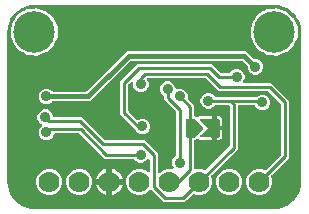
<source format=gbr>
G04 EAGLE Gerber RS-274X export*
G75*
%MOMM*%
%FSLAX34Y34*%
%LPD*%
%INBottom Copper*%
%IPPOS*%
%AMOC8*
5,1,8,0,0,1.08239X$1,22.5*%
G01*
%ADD10C,1.778000*%
%ADD11C,3.516000*%
%ADD12C,0.381000*%
%ADD13C,0.906400*%
%ADD14C,0.889000*%
%ADD15C,0.254000*%
%ADD16C,0.203200*%
%ADD17C,0.406400*%

G36*
X228622Y2543D02*
X228622Y2543D01*
X228700Y2545D01*
X232077Y2810D01*
X232145Y2824D01*
X232214Y2829D01*
X232370Y2869D01*
X238794Y4956D01*
X238901Y5006D01*
X239012Y5050D01*
X239063Y5083D01*
X239082Y5091D01*
X239097Y5104D01*
X239148Y5136D01*
X244612Y9107D01*
X244699Y9188D01*
X244746Y9227D01*
X244752Y9231D01*
X244753Y9232D01*
X244791Y9264D01*
X244829Y9310D01*
X244844Y9324D01*
X244855Y9342D01*
X244893Y9388D01*
X248864Y14852D01*
X248921Y14956D01*
X248985Y15056D01*
X249007Y15113D01*
X249017Y15131D01*
X249022Y15151D01*
X249044Y15206D01*
X251131Y21630D01*
X251144Y21698D01*
X251167Y21764D01*
X251190Y21923D01*
X251455Y25300D01*
X251455Y25304D01*
X251456Y25307D01*
X251455Y25326D01*
X251459Y25400D01*
X251459Y152400D01*
X251457Y152422D01*
X251455Y152500D01*
X251190Y155877D01*
X251176Y155945D01*
X251171Y156014D01*
X251131Y156170D01*
X249044Y162594D01*
X248993Y162701D01*
X248950Y162812D01*
X248917Y162863D01*
X248909Y162882D01*
X248896Y162897D01*
X248864Y162948D01*
X247171Y165278D01*
X247153Y165297D01*
X247139Y165320D01*
X247044Y165413D01*
X246953Y165509D01*
X246931Y165524D01*
X246912Y165542D01*
X246798Y165608D01*
X246792Y165624D01*
X246789Y165651D01*
X246740Y165775D01*
X246697Y165900D01*
X246682Y165922D01*
X246672Y165947D01*
X246586Y166083D01*
X244893Y168413D01*
X244812Y168499D01*
X244736Y168591D01*
X244690Y168629D01*
X244676Y168644D01*
X244658Y168655D01*
X244612Y168693D01*
X239148Y172664D01*
X239044Y172721D01*
X238944Y172785D01*
X238887Y172807D01*
X238869Y172817D01*
X238849Y172822D01*
X238794Y172844D01*
X232370Y174931D01*
X232302Y174944D01*
X232236Y174967D01*
X232077Y174990D01*
X228700Y175255D01*
X228678Y175254D01*
X228600Y175259D01*
X25400Y175259D01*
X25378Y175257D01*
X25300Y175255D01*
X21923Y174990D01*
X21855Y174976D01*
X21786Y174971D01*
X21630Y174931D01*
X18892Y174041D01*
X18867Y174030D01*
X18841Y174024D01*
X18724Y173963D01*
X18604Y173906D01*
X18583Y173889D01*
X18560Y173877D01*
X18462Y173789D01*
X18445Y173788D01*
X18418Y173793D01*
X18286Y173785D01*
X18153Y173783D01*
X18128Y173775D01*
X18101Y173774D01*
X17945Y173734D01*
X15206Y172844D01*
X15099Y172794D01*
X14988Y172750D01*
X14937Y172717D01*
X14918Y172709D01*
X14903Y172696D01*
X14852Y172664D01*
X9388Y168693D01*
X9301Y168612D01*
X9209Y168536D01*
X9171Y168490D01*
X9156Y168476D01*
X9145Y168458D01*
X9107Y168412D01*
X5136Y162948D01*
X5079Y162844D01*
X5015Y162744D01*
X4993Y162687D01*
X4983Y162669D01*
X4978Y162649D01*
X4956Y162594D01*
X2869Y156170D01*
X2856Y156102D01*
X2833Y156036D01*
X2810Y155877D01*
X2545Y152500D01*
X2546Y152478D01*
X2541Y152400D01*
X2541Y25400D01*
X2543Y25378D01*
X2545Y25300D01*
X2810Y21923D01*
X2824Y21855D01*
X2829Y21786D01*
X2869Y21630D01*
X4956Y15206D01*
X5006Y15099D01*
X5050Y14988D01*
X5083Y14937D01*
X5091Y14918D01*
X5104Y14903D01*
X5136Y14852D01*
X9107Y9388D01*
X9127Y9366D01*
X9138Y9348D01*
X9184Y9305D01*
X9188Y9301D01*
X9264Y9209D01*
X9310Y9171D01*
X9324Y9156D01*
X9342Y9145D01*
X9388Y9107D01*
X14852Y5136D01*
X14956Y5079D01*
X15056Y5015D01*
X15113Y4993D01*
X15131Y4983D01*
X15151Y4978D01*
X15206Y4956D01*
X21630Y2869D01*
X21698Y2856D01*
X21764Y2833D01*
X21923Y2810D01*
X25300Y2545D01*
X25322Y2546D01*
X25400Y2541D01*
X228600Y2541D01*
X228622Y2543D01*
G37*
%LPC*%
G36*
X135060Y8127D02*
X135060Y8127D01*
X125496Y17691D01*
X124665Y18523D01*
X124571Y18595D01*
X124481Y18674D01*
X124445Y18693D01*
X124413Y18717D01*
X124304Y18765D01*
X124198Y18819D01*
X124159Y18828D01*
X124121Y18844D01*
X124004Y18863D01*
X123888Y18889D01*
X123847Y18887D01*
X123807Y18894D01*
X123689Y18883D01*
X123570Y18879D01*
X123531Y18868D01*
X123491Y18864D01*
X123379Y18824D01*
X123264Y18790D01*
X123230Y18770D01*
X123191Y18756D01*
X123093Y18689D01*
X122990Y18629D01*
X122945Y18589D01*
X122928Y18578D01*
X122915Y18562D01*
X122870Y18523D01*
X120487Y16140D01*
X116473Y14477D01*
X112127Y14477D01*
X108113Y16140D01*
X105040Y19213D01*
X103377Y23227D01*
X103377Y27573D01*
X105040Y31587D01*
X108113Y34660D01*
X112127Y36323D01*
X116473Y36323D01*
X120487Y34660D01*
X121023Y34125D01*
X121132Y34040D01*
X121239Y33951D01*
X121258Y33942D01*
X121274Y33930D01*
X121402Y33874D01*
X121527Y33815D01*
X121547Y33811D01*
X121566Y33803D01*
X121704Y33781D01*
X121840Y33755D01*
X121860Y33757D01*
X121880Y33753D01*
X122019Y33766D01*
X122157Y33775D01*
X122176Y33781D01*
X122196Y33783D01*
X122327Y33830D01*
X122459Y33873D01*
X122477Y33884D01*
X122496Y33891D01*
X122610Y33969D01*
X122728Y34043D01*
X122742Y34058D01*
X122759Y34069D01*
X122851Y34173D01*
X122946Y34275D01*
X122956Y34293D01*
X122969Y34308D01*
X123032Y34432D01*
X123100Y34553D01*
X123105Y34573D01*
X123114Y34591D01*
X123144Y34727D01*
X123179Y34861D01*
X123181Y34889D01*
X123184Y34901D01*
X123183Y34922D01*
X123189Y35022D01*
X123189Y43531D01*
X123172Y43669D01*
X123159Y43807D01*
X123152Y43827D01*
X123149Y43847D01*
X123098Y43976D01*
X123051Y44107D01*
X123040Y44124D01*
X123032Y44142D01*
X122951Y44255D01*
X122873Y44370D01*
X122857Y44383D01*
X122846Y44400D01*
X122738Y44488D01*
X122634Y44580D01*
X122616Y44590D01*
X122601Y44602D01*
X122475Y44662D01*
X122351Y44725D01*
X122331Y44729D01*
X122313Y44738D01*
X122176Y44764D01*
X122041Y44795D01*
X122020Y44794D01*
X122001Y44798D01*
X121862Y44789D01*
X121723Y44785D01*
X121703Y44779D01*
X121683Y44778D01*
X121551Y44735D01*
X121417Y44697D01*
X121400Y44686D01*
X121381Y44680D01*
X121263Y44605D01*
X121143Y44535D01*
X121122Y44516D01*
X121112Y44510D01*
X121098Y44495D01*
X121023Y44429D01*
X119289Y42695D01*
X116876Y41695D01*
X114264Y41695D01*
X111851Y42695D01*
X109961Y44586D01*
X109882Y44646D01*
X109810Y44714D01*
X109757Y44743D01*
X109709Y44780D01*
X109618Y44820D01*
X109532Y44868D01*
X109473Y44883D01*
X109417Y44907D01*
X109319Y44922D01*
X109224Y44947D01*
X109124Y44953D01*
X109103Y44957D01*
X109091Y44955D01*
X109063Y44957D01*
X84992Y44957D01*
X63774Y66176D01*
X63695Y66236D01*
X63623Y66304D01*
X63570Y66333D01*
X63522Y66370D01*
X63431Y66410D01*
X63345Y66458D01*
X63286Y66473D01*
X63231Y66497D01*
X63133Y66512D01*
X63037Y66537D01*
X62937Y66543D01*
X62916Y66547D01*
X62904Y66545D01*
X62876Y66547D01*
X43198Y66547D01*
X43169Y66544D01*
X43139Y66546D01*
X43011Y66524D01*
X42882Y66507D01*
X42855Y66497D01*
X42826Y66492D01*
X42707Y66438D01*
X42587Y66390D01*
X42563Y66373D01*
X42536Y66361D01*
X42434Y66280D01*
X42329Y66204D01*
X42310Y66181D01*
X42287Y66162D01*
X42209Y66059D01*
X42126Y65959D01*
X42114Y65932D01*
X42096Y65908D01*
X42025Y65764D01*
X41125Y63591D01*
X39279Y61745D01*
X36866Y60745D01*
X34254Y60745D01*
X31841Y61745D01*
X29995Y63591D01*
X28995Y66004D01*
X28995Y68616D01*
X29995Y71029D01*
X31462Y72496D01*
X31492Y72535D01*
X31529Y72569D01*
X31590Y72660D01*
X31657Y72747D01*
X31677Y72793D01*
X31704Y72834D01*
X31740Y72938D01*
X31783Y73039D01*
X31791Y73088D01*
X31807Y73135D01*
X31816Y73244D01*
X31833Y73353D01*
X31828Y73403D01*
X31832Y73452D01*
X31814Y73560D01*
X31803Y73670D01*
X31786Y73717D01*
X31778Y73766D01*
X31733Y73865D01*
X31696Y73969D01*
X31668Y74010D01*
X31647Y74055D01*
X31579Y74141D01*
X31517Y74232D01*
X31480Y74265D01*
X31449Y74304D01*
X31361Y74370D01*
X31279Y74443D01*
X31234Y74465D01*
X31195Y74495D01*
X31050Y74566D01*
X30797Y74671D01*
X28951Y76517D01*
X27951Y78930D01*
X27951Y81542D01*
X28951Y83955D01*
X30797Y85801D01*
X33210Y86801D01*
X35822Y86801D01*
X38235Y85801D01*
X40081Y83955D01*
X41081Y81542D01*
X41081Y81534D01*
X41096Y81416D01*
X41103Y81297D01*
X41116Y81259D01*
X41121Y81218D01*
X41164Y81108D01*
X41201Y80995D01*
X41223Y80960D01*
X41238Y80923D01*
X41308Y80827D01*
X41371Y80726D01*
X41401Y80698D01*
X41425Y80665D01*
X41516Y80589D01*
X41603Y80508D01*
X41638Y80488D01*
X41669Y80463D01*
X41777Y80412D01*
X41881Y80354D01*
X41921Y80344D01*
X41957Y80327D01*
X42074Y80305D01*
X42189Y80275D01*
X42250Y80271D01*
X42270Y80267D01*
X42290Y80269D01*
X42350Y80265D01*
X65492Y80265D01*
X84932Y60824D01*
X85010Y60764D01*
X85082Y60696D01*
X85135Y60667D01*
X85183Y60630D01*
X85274Y60590D01*
X85361Y60542D01*
X85420Y60527D01*
X85475Y60503D01*
X85573Y60488D01*
X85669Y60463D01*
X85769Y60457D01*
X85789Y60453D01*
X85802Y60455D01*
X85830Y60453D01*
X119127Y60453D01*
X129795Y49785D01*
X129795Y34006D01*
X129812Y33869D01*
X129825Y33730D01*
X129832Y33711D01*
X129835Y33690D01*
X129886Y33562D01*
X129933Y33430D01*
X129944Y33414D01*
X129952Y33395D01*
X130033Y33282D01*
X130111Y33167D01*
X130127Y33154D01*
X130138Y33137D01*
X130246Y33049D01*
X130350Y32957D01*
X130368Y32948D01*
X130383Y32935D01*
X130509Y32875D01*
X130633Y32812D01*
X130653Y32808D01*
X130671Y32799D01*
X130808Y32773D01*
X130943Y32743D01*
X130964Y32743D01*
X130983Y32739D01*
X131122Y32748D01*
X131261Y32752D01*
X131281Y32758D01*
X131301Y32759D01*
X131433Y32802D01*
X131567Y32841D01*
X131584Y32851D01*
X131603Y32857D01*
X131721Y32932D01*
X131841Y33002D01*
X131862Y33021D01*
X131872Y33027D01*
X131886Y33042D01*
X131961Y33109D01*
X133513Y34660D01*
X137527Y36323D01*
X141941Y36323D01*
X141990Y36329D01*
X142040Y36327D01*
X142147Y36349D01*
X142256Y36363D01*
X142302Y36381D01*
X142351Y36391D01*
X142450Y36439D01*
X142552Y36480D01*
X142592Y36509D01*
X142637Y36531D01*
X142720Y36602D01*
X142809Y36666D01*
X142841Y36705D01*
X142879Y36737D01*
X142942Y36827D01*
X143012Y36911D01*
X143033Y36956D01*
X143062Y36997D01*
X143101Y37100D01*
X143148Y37199D01*
X143157Y37248D01*
X143175Y37294D01*
X143187Y37404D01*
X143207Y37511D01*
X143204Y37561D01*
X143210Y37610D01*
X143194Y37719D01*
X143188Y37829D01*
X143172Y37876D01*
X143165Y37925D01*
X143113Y38078D01*
X142112Y40494D01*
X142112Y43072D01*
X143098Y45452D01*
X144916Y47269D01*
X144976Y47348D01*
X145044Y47420D01*
X145073Y47473D01*
X145110Y47521D01*
X145150Y47612D01*
X145198Y47698D01*
X145213Y47757D01*
X145237Y47813D01*
X145252Y47911D01*
X145277Y48006D01*
X145283Y48106D01*
X145287Y48127D01*
X145285Y48139D01*
X145287Y48167D01*
X145287Y84466D01*
X145275Y84564D01*
X145272Y84663D01*
X145255Y84722D01*
X145247Y84782D01*
X145211Y84874D01*
X145183Y84969D01*
X145153Y85021D01*
X145130Y85077D01*
X145072Y85157D01*
X145022Y85243D01*
X144956Y85318D01*
X144944Y85335D01*
X144934Y85343D01*
X144916Y85364D01*
X135000Y95279D01*
X135000Y97629D01*
X134988Y97727D01*
X134985Y97826D01*
X134968Y97885D01*
X134960Y97945D01*
X134924Y98037D01*
X134896Y98132D01*
X134866Y98184D01*
X134843Y98240D01*
X134785Y98320D01*
X134735Y98406D01*
X134669Y98481D01*
X134657Y98498D01*
X134647Y98505D01*
X134629Y98527D01*
X132811Y100344D01*
X131825Y102724D01*
X131825Y105302D01*
X132811Y107682D01*
X134634Y109505D01*
X137014Y110491D01*
X139592Y110491D01*
X141972Y109505D01*
X143795Y107682D01*
X144781Y105302D01*
X144781Y105123D01*
X144787Y105074D01*
X144785Y105024D01*
X144807Y104917D01*
X144821Y104808D01*
X144839Y104762D01*
X144849Y104713D01*
X144897Y104614D01*
X144938Y104512D01*
X144967Y104472D01*
X144989Y104427D01*
X145060Y104343D01*
X145124Y104255D01*
X145163Y104223D01*
X145195Y104185D01*
X145285Y104122D01*
X145369Y104052D01*
X145414Y104031D01*
X145455Y104002D01*
X145558Y103963D01*
X145657Y103916D01*
X145706Y103907D01*
X145752Y103889D01*
X145862Y103877D01*
X145969Y103856D01*
X146019Y103860D01*
X146068Y103854D01*
X146177Y103869D01*
X146287Y103876D01*
X146334Y103892D01*
X146383Y103898D01*
X146536Y103951D01*
X147301Y104268D01*
X149879Y104268D01*
X152259Y103282D01*
X154082Y101459D01*
X155068Y99079D01*
X155068Y96509D01*
X155080Y96411D01*
X155083Y96312D01*
X155100Y96253D01*
X155108Y96193D01*
X155144Y96101D01*
X155172Y96006D01*
X155202Y95954D01*
X155225Y95898D01*
X155283Y95818D01*
X155333Y95732D01*
X155399Y95657D01*
X155411Y95640D01*
X155421Y95632D01*
X155439Y95611D01*
X160783Y90268D01*
X160783Y82304D01*
X160798Y82186D01*
X160805Y82067D01*
X160818Y82029D01*
X160823Y81988D01*
X160866Y81878D01*
X160903Y81765D01*
X160925Y81730D01*
X160940Y81693D01*
X161009Y81597D01*
X161073Y81496D01*
X161103Y81468D01*
X161126Y81435D01*
X161218Y81359D01*
X161305Y81278D01*
X161340Y81258D01*
X161371Y81233D01*
X161479Y81182D01*
X161583Y81124D01*
X161603Y81119D01*
X162387Y80336D01*
X162466Y80275D01*
X162536Y80208D01*
X162543Y80204D01*
X162551Y80198D01*
X162597Y80173D01*
X162638Y80141D01*
X162734Y80099D01*
X162815Y80055D01*
X162821Y80053D01*
X162831Y80048D01*
X162882Y80035D01*
X162930Y80014D01*
X163036Y79997D01*
X163043Y79996D01*
X163123Y79975D01*
X163129Y79975D01*
X163140Y79972D01*
X163167Y79972D01*
X163212Y79970D01*
X163244Y79964D01*
X163264Y79966D01*
X163283Y79965D01*
X163286Y79965D01*
X163362Y79975D01*
X163458Y79976D01*
X163509Y79989D01*
X163561Y79994D01*
X163584Y80003D01*
X163601Y80005D01*
X163675Y80034D01*
X163765Y80058D01*
X163811Y80084D01*
X163860Y80102D01*
X163879Y80115D01*
X163897Y80122D01*
X163964Y80171D01*
X164042Y80215D01*
X164105Y80268D01*
X164123Y80280D01*
X164134Y80293D01*
X164145Y80302D01*
X164154Y80309D01*
X164157Y80312D01*
X164165Y80319D01*
X164369Y80516D01*
X164374Y80522D01*
X164387Y80533D01*
X164710Y80856D01*
X165109Y81077D01*
X165116Y81081D01*
X165130Y81089D01*
X165527Y81317D01*
X165970Y81427D01*
X165977Y81430D01*
X165993Y81433D01*
X166435Y81552D01*
X166891Y81543D01*
X166899Y81544D01*
X166915Y81543D01*
X175896Y81543D01*
X175896Y79001D01*
X166870Y79001D01*
X166851Y78999D01*
X166831Y79001D01*
X166710Y78979D01*
X166589Y78961D01*
X166571Y78953D01*
X166551Y78950D01*
X166441Y78895D01*
X166329Y78845D01*
X166314Y78832D01*
X166296Y78824D01*
X166206Y78741D01*
X166112Y78662D01*
X166101Y78645D01*
X166087Y78632D01*
X166022Y78527D01*
X165955Y78425D01*
X165949Y78406D01*
X165938Y78389D01*
X165906Y78271D01*
X165869Y78154D01*
X165868Y78134D01*
X165863Y78115D01*
X165865Y77993D01*
X165861Y77870D01*
X165866Y77851D01*
X165867Y77831D01*
X165902Y77713D01*
X165933Y77595D01*
X165943Y77578D01*
X165949Y77559D01*
X165991Y77498D01*
X166079Y77350D01*
X166116Y77315D01*
X166139Y77282D01*
X172073Y71120D01*
X166139Y64958D01*
X166127Y64942D01*
X166112Y64930D01*
X166044Y64827D01*
X165972Y64728D01*
X165965Y64709D01*
X165955Y64693D01*
X165917Y64576D01*
X165876Y64460D01*
X165875Y64441D01*
X165869Y64422D01*
X165866Y64299D01*
X165858Y64177D01*
X165862Y64157D01*
X165861Y64138D01*
X165892Y64019D01*
X165919Y63899D01*
X165928Y63882D01*
X165933Y63863D01*
X165996Y63757D01*
X166055Y63649D01*
X166068Y63635D01*
X166079Y63618D01*
X166168Y63534D01*
X166254Y63447D01*
X166271Y63437D01*
X166286Y63424D01*
X166395Y63368D01*
X166502Y63308D01*
X166521Y63303D01*
X166539Y63294D01*
X166612Y63282D01*
X166779Y63243D01*
X166830Y63245D01*
X166870Y63239D01*
X175896Y63239D01*
X175896Y60697D01*
X166915Y60697D01*
X166908Y60696D01*
X166891Y60697D01*
X166435Y60688D01*
X165993Y60807D01*
X165985Y60808D01*
X165970Y60813D01*
X165527Y60923D01*
X165130Y61151D01*
X165123Y61154D01*
X165109Y61163D01*
X164710Y61384D01*
X164455Y61639D01*
X164342Y61727D01*
X164231Y61817D01*
X164216Y61824D01*
X164203Y61834D01*
X164072Y61891D01*
X163943Y61951D01*
X163927Y61954D01*
X163912Y61961D01*
X163771Y61983D01*
X163630Y62009D01*
X163614Y62008D01*
X163597Y62011D01*
X163456Y61997D01*
X163313Y61987D01*
X163297Y61982D01*
X163281Y61981D01*
X163146Y61932D01*
X163011Y61888D01*
X162997Y61879D01*
X162982Y61873D01*
X162863Y61793D01*
X162743Y61716D01*
X162727Y61700D01*
X162718Y61695D01*
X162706Y61681D01*
X162626Y61605D01*
X162256Y61205D01*
X162052Y61205D01*
X161934Y61190D01*
X161815Y61183D01*
X161777Y61170D01*
X161736Y61165D01*
X161626Y61122D01*
X161513Y61085D01*
X161478Y61063D01*
X161441Y61048D01*
X161345Y60979D01*
X161244Y60915D01*
X161216Y60885D01*
X161183Y60862D01*
X161107Y60770D01*
X161026Y60683D01*
X161006Y60648D01*
X160981Y60617D01*
X160930Y60509D01*
X160872Y60405D01*
X160862Y60365D01*
X160845Y60329D01*
X160823Y60212D01*
X160793Y60097D01*
X160789Y60037D01*
X160785Y60017D01*
X160787Y59996D01*
X160783Y59936D01*
X160783Y37334D01*
X160789Y37285D01*
X160787Y37235D01*
X160809Y37128D01*
X160823Y37018D01*
X160841Y36972D01*
X160851Y36924D01*
X160899Y36825D01*
X160940Y36723D01*
X160969Y36683D01*
X160991Y36638D01*
X161062Y36554D01*
X161126Y36465D01*
X161165Y36434D01*
X161197Y36396D01*
X161287Y36333D01*
X161371Y36263D01*
X161416Y36241D01*
X161457Y36213D01*
X161560Y36174D01*
X161659Y36127D01*
X161708Y36118D01*
X161754Y36100D01*
X161864Y36088D01*
X161971Y36067D01*
X162021Y36070D01*
X162070Y36065D01*
X162179Y36080D01*
X162289Y36087D01*
X162336Y36102D01*
X162385Y36109D01*
X162538Y36161D01*
X162927Y36323D01*
X167273Y36323D01*
X169374Y35452D01*
X169402Y35445D01*
X169428Y35431D01*
X169555Y35403D01*
X169680Y35369D01*
X169710Y35368D01*
X169739Y35362D01*
X169868Y35366D01*
X169998Y35363D01*
X170027Y35370D01*
X170057Y35371D01*
X170181Y35407D01*
X170308Y35438D01*
X170334Y35451D01*
X170362Y35460D01*
X170474Y35526D01*
X170589Y35586D01*
X170611Y35606D01*
X170636Y35621D01*
X170757Y35728D01*
X190446Y55416D01*
X190506Y55495D01*
X190574Y55567D01*
X190603Y55620D01*
X190640Y55668D01*
X190680Y55759D01*
X190728Y55845D01*
X190743Y55904D01*
X190767Y55959D01*
X190782Y56057D01*
X190807Y56153D01*
X190813Y56253D01*
X190817Y56274D01*
X190815Y56286D01*
X190817Y56314D01*
X190817Y89408D01*
X190802Y89526D01*
X190795Y89645D01*
X190782Y89683D01*
X190777Y89724D01*
X190734Y89834D01*
X190697Y89947D01*
X190675Y89982D01*
X190660Y90019D01*
X190591Y90115D01*
X190527Y90216D01*
X190497Y90244D01*
X190474Y90277D01*
X190382Y90353D01*
X190295Y90434D01*
X190260Y90454D01*
X190229Y90479D01*
X190121Y90530D01*
X190017Y90588D01*
X189977Y90598D01*
X189941Y90615D01*
X189824Y90637D01*
X189709Y90667D01*
X189649Y90671D01*
X189629Y90675D01*
X189608Y90673D01*
X189548Y90677D01*
X179037Y90677D01*
X178939Y90665D01*
X178840Y90662D01*
X178781Y90645D01*
X178721Y90637D01*
X178629Y90601D01*
X178534Y90573D01*
X178482Y90543D01*
X178426Y90520D01*
X178346Y90462D01*
X178260Y90412D01*
X178185Y90346D01*
X178168Y90334D01*
X178161Y90324D01*
X178139Y90306D01*
X176249Y88415D01*
X173836Y87415D01*
X171224Y87415D01*
X168811Y88415D01*
X166965Y90261D01*
X165965Y92674D01*
X165965Y95286D01*
X166965Y97699D01*
X168811Y99545D01*
X171224Y100545D01*
X173836Y100545D01*
X176249Y99545D01*
X178139Y97654D01*
X178218Y97594D01*
X178290Y97526D01*
X178343Y97497D01*
X178391Y97460D01*
X178482Y97420D01*
X178568Y97372D01*
X178627Y97357D01*
X178683Y97333D01*
X178781Y97318D01*
X178876Y97293D01*
X178976Y97287D01*
X178997Y97283D01*
X179009Y97285D01*
X179037Y97283D01*
X213203Y97283D01*
X213301Y97295D01*
X213400Y97298D01*
X213459Y97315D01*
X213519Y97323D01*
X213611Y97359D01*
X213706Y97387D01*
X213758Y97417D01*
X213814Y97440D01*
X213894Y97498D01*
X213980Y97548D01*
X214055Y97614D01*
X214072Y97626D01*
X214080Y97636D01*
X214101Y97655D01*
X214721Y98275D01*
X217134Y99275D01*
X219746Y99275D01*
X222159Y98275D01*
X224005Y96429D01*
X225005Y94016D01*
X225005Y91404D01*
X224005Y88991D01*
X222159Y87145D01*
X219746Y86145D01*
X217134Y86145D01*
X214721Y87145D01*
X212875Y88991D01*
X212501Y89894D01*
X212486Y89919D01*
X212477Y89947D01*
X212408Y90057D01*
X212343Y90170D01*
X212323Y90191D01*
X212307Y90216D01*
X212212Y90305D01*
X212122Y90398D01*
X212097Y90414D01*
X212075Y90434D01*
X211962Y90497D01*
X211851Y90565D01*
X211823Y90573D01*
X211797Y90588D01*
X211671Y90620D01*
X211547Y90658D01*
X211518Y90660D01*
X211489Y90667D01*
X211328Y90677D01*
X198692Y90677D01*
X198574Y90662D01*
X198455Y90655D01*
X198417Y90642D01*
X198376Y90637D01*
X198266Y90594D01*
X198153Y90557D01*
X198118Y90535D01*
X198081Y90520D01*
X197985Y90451D01*
X197884Y90387D01*
X197856Y90357D01*
X197823Y90334D01*
X197747Y90242D01*
X197666Y90155D01*
X197646Y90120D01*
X197621Y90089D01*
X197570Y89981D01*
X197512Y89877D01*
X197502Y89837D01*
X197485Y89801D01*
X197463Y89684D01*
X197433Y89569D01*
X197429Y89509D01*
X197425Y89489D01*
X197427Y89468D01*
X197423Y89408D01*
X197423Y53052D01*
X175428Y31057D01*
X175409Y31033D01*
X175387Y31014D01*
X175312Y30908D01*
X175233Y30806D01*
X175221Y30778D01*
X175204Y30754D01*
X175158Y30633D01*
X175106Y30514D01*
X175102Y30485D01*
X175091Y30457D01*
X175077Y30328D01*
X175056Y30200D01*
X175059Y30170D01*
X175056Y30141D01*
X175074Y30012D01*
X175086Y29883D01*
X175096Y29855D01*
X175100Y29826D01*
X175152Y29674D01*
X176023Y27573D01*
X176023Y23227D01*
X174360Y19213D01*
X171287Y16140D01*
X167273Y14477D01*
X162927Y14477D01*
X160826Y15348D01*
X160798Y15355D01*
X160772Y15369D01*
X160645Y15397D01*
X160520Y15431D01*
X160490Y15432D01*
X160461Y15438D01*
X160332Y15434D01*
X160202Y15437D01*
X160173Y15430D01*
X160143Y15429D01*
X160019Y15393D01*
X159892Y15362D01*
X159866Y15349D01*
X159838Y15340D01*
X159726Y15275D01*
X159611Y15214D01*
X159589Y15194D01*
X159564Y15179D01*
X159443Y15072D01*
X154804Y10434D01*
X152498Y8127D01*
X135060Y8127D01*
G37*
%LPD*%
%LPC*%
G36*
X213727Y14477D02*
X213727Y14477D01*
X209713Y16140D01*
X206640Y19213D01*
X204977Y23227D01*
X204977Y27573D01*
X206640Y31587D01*
X209713Y34660D01*
X213727Y36323D01*
X218073Y36323D01*
X220174Y35452D01*
X220202Y35445D01*
X220228Y35431D01*
X220355Y35403D01*
X220480Y35369D01*
X220510Y35368D01*
X220539Y35362D01*
X220668Y35366D01*
X220798Y35363D01*
X220827Y35370D01*
X220857Y35371D01*
X220981Y35407D01*
X221108Y35438D01*
X221134Y35451D01*
X221162Y35460D01*
X221274Y35526D01*
X221389Y35586D01*
X221411Y35606D01*
X221436Y35621D01*
X221557Y35728D01*
X233816Y47986D01*
X233876Y48065D01*
X233944Y48137D01*
X233973Y48190D01*
X234010Y48238D01*
X234050Y48329D01*
X234098Y48415D01*
X234113Y48474D01*
X234137Y48529D01*
X234152Y48627D01*
X234177Y48723D01*
X234183Y48823D01*
X234187Y48844D01*
X234185Y48856D01*
X234187Y48884D01*
X234187Y90816D01*
X234175Y90914D01*
X234172Y91013D01*
X234155Y91072D01*
X234147Y91132D01*
X234111Y91224D01*
X234083Y91319D01*
X234053Y91371D01*
X234030Y91427D01*
X233972Y91507D01*
X233922Y91593D01*
X233856Y91668D01*
X233844Y91685D01*
X233834Y91693D01*
X233816Y91714D01*
X223794Y101736D01*
X223715Y101796D01*
X223643Y101864D01*
X223590Y101893D01*
X223542Y101930D01*
X223451Y101970D01*
X223365Y102018D01*
X223306Y102033D01*
X223251Y102057D01*
X223153Y102072D01*
X223057Y102097D01*
X222957Y102103D01*
X222936Y102107D01*
X222924Y102105D01*
X222896Y102107D01*
X181512Y102107D01*
X170454Y113166D01*
X170375Y113226D01*
X170303Y113294D01*
X170250Y113323D01*
X170202Y113360D01*
X170111Y113400D01*
X170025Y113448D01*
X169966Y113463D01*
X169911Y113487D01*
X169813Y113502D01*
X169717Y113527D01*
X169617Y113533D01*
X169596Y113537D01*
X169584Y113535D01*
X169556Y113537D01*
X122147Y113537D01*
X122098Y113531D01*
X122048Y113533D01*
X121941Y113511D01*
X121832Y113497D01*
X121786Y113479D01*
X121737Y113469D01*
X121638Y113421D01*
X121536Y113380D01*
X121496Y113351D01*
X121451Y113329D01*
X121367Y113258D01*
X121279Y113194D01*
X121247Y113155D01*
X121209Y113123D01*
X121146Y113033D01*
X121076Y112949D01*
X121055Y112904D01*
X121026Y112863D01*
X120987Y112760D01*
X120940Y112661D01*
X120931Y112612D01*
X120913Y112566D01*
X120901Y112456D01*
X120881Y112349D01*
X120884Y112299D01*
X120878Y112250D01*
X120893Y112141D01*
X120900Y112031D01*
X120916Y111984D01*
X120923Y111935D01*
X120975Y111782D01*
X122048Y109192D01*
X122048Y106614D01*
X121062Y104234D01*
X119239Y102411D01*
X116859Y101425D01*
X114281Y101425D01*
X111901Y102411D01*
X110078Y104234D01*
X109092Y106614D01*
X109092Y108977D01*
X109075Y109115D01*
X109062Y109254D01*
X109055Y109273D01*
X109052Y109293D01*
X109001Y109422D01*
X108954Y109553D01*
X108943Y109570D01*
X108935Y109588D01*
X108854Y109701D01*
X108776Y109816D01*
X108760Y109829D01*
X108749Y109846D01*
X108641Y109935D01*
X108537Y110027D01*
X108519Y110036D01*
X108504Y110049D01*
X108378Y110108D01*
X108254Y110171D01*
X108234Y110176D01*
X108216Y110184D01*
X108079Y110210D01*
X107944Y110241D01*
X107923Y110240D01*
X107904Y110244D01*
X107765Y110235D01*
X107626Y110231D01*
X107606Y110225D01*
X107586Y110224D01*
X107454Y110181D01*
X107320Y110143D01*
X107303Y110132D01*
X107284Y110126D01*
X107166Y110052D01*
X107046Y109981D01*
X107025Y109963D01*
X107015Y109956D01*
X107001Y109941D01*
X106926Y109875D01*
X105274Y108224D01*
X105214Y108145D01*
X105146Y108073D01*
X105117Y108020D01*
X105080Y107972D01*
X105040Y107881D01*
X104992Y107795D01*
X104977Y107736D01*
X104953Y107681D01*
X104938Y107583D01*
X104913Y107487D01*
X104907Y107387D01*
X104903Y107366D01*
X104905Y107354D01*
X104903Y107326D01*
X104903Y85714D01*
X104915Y85616D01*
X104918Y85517D01*
X104935Y85458D01*
X104943Y85398D01*
X104979Y85306D01*
X105007Y85211D01*
X105037Y85159D01*
X105060Y85103D01*
X105118Y85023D01*
X105168Y84937D01*
X105234Y84862D01*
X105246Y84845D01*
X105256Y84837D01*
X105274Y84816D01*
X111801Y78289D01*
X111825Y78271D01*
X111844Y78249D01*
X111950Y78174D01*
X112053Y78094D01*
X112080Y78083D01*
X112104Y78066D01*
X112225Y78020D01*
X112344Y77968D01*
X112374Y77964D01*
X112401Y77953D01*
X112530Y77939D01*
X112659Y77918D01*
X112688Y77921D01*
X112717Y77918D01*
X112846Y77936D01*
X112975Y77948D01*
X113003Y77958D01*
X113032Y77962D01*
X113185Y78014D01*
X115551Y78995D01*
X118129Y78995D01*
X120509Y78009D01*
X122332Y76186D01*
X123318Y73806D01*
X123318Y71228D01*
X122332Y68848D01*
X120509Y67025D01*
X118129Y66039D01*
X115551Y66039D01*
X113171Y67025D01*
X111348Y68848D01*
X111054Y69559D01*
X111049Y69567D01*
X111047Y69576D01*
X110971Y69704D01*
X110896Y69835D01*
X110890Y69842D01*
X110885Y69850D01*
X110779Y69970D01*
X100604Y80146D01*
X98297Y82452D01*
X98297Y110588D01*
X112678Y124969D01*
X175612Y124969D01*
X182606Y117974D01*
X182685Y117914D01*
X182757Y117846D01*
X182810Y117817D01*
X182858Y117780D01*
X182949Y117740D01*
X183035Y117692D01*
X183094Y117677D01*
X183149Y117653D01*
X183247Y117638D01*
X183343Y117613D01*
X183443Y117607D01*
X183464Y117603D01*
X183476Y117605D01*
X183504Y117603D01*
X190343Y117603D01*
X190441Y117615D01*
X190540Y117618D01*
X190598Y117635D01*
X190659Y117643D01*
X190751Y117679D01*
X190846Y117707D01*
X190898Y117737D01*
X190954Y117760D01*
X191034Y117818D01*
X191120Y117868D01*
X191195Y117934D01*
X191212Y117946D01*
X191219Y117956D01*
X191241Y117974D01*
X193131Y119865D01*
X195544Y120865D01*
X198156Y120865D01*
X200569Y119865D01*
X202415Y118019D01*
X203415Y115606D01*
X203415Y112994D01*
X202368Y110468D01*
X202355Y110420D01*
X202334Y110375D01*
X202313Y110267D01*
X202284Y110161D01*
X202284Y110111D01*
X202274Y110062D01*
X202281Y109953D01*
X202279Y109843D01*
X202291Y109795D01*
X202294Y109745D01*
X202328Y109641D01*
X202353Y109534D01*
X202377Y109490D01*
X202392Y109443D01*
X202451Y109350D01*
X202502Y109253D01*
X202535Y109216D01*
X202562Y109174D01*
X202642Y109099D01*
X202716Y109017D01*
X202758Y108990D01*
X202794Y108956D01*
X202890Y108903D01*
X202982Y108843D01*
X203029Y108826D01*
X203072Y108802D01*
X203179Y108775D01*
X203283Y108739D01*
X203332Y108735D01*
X203380Y108723D01*
X203541Y108713D01*
X226158Y108713D01*
X240793Y94078D01*
X240793Y45622D01*
X226228Y31057D01*
X226209Y31033D01*
X226187Y31014D01*
X226112Y30908D01*
X226033Y30806D01*
X226021Y30778D01*
X226004Y30754D01*
X225958Y30633D01*
X225906Y30514D01*
X225902Y30485D01*
X225891Y30457D01*
X225877Y30328D01*
X225856Y30200D01*
X225859Y30170D01*
X225856Y30141D01*
X225874Y30012D01*
X225886Y29883D01*
X225896Y29855D01*
X225900Y29826D01*
X225952Y29674D01*
X226823Y27573D01*
X226823Y23227D01*
X225160Y19213D01*
X222087Y16140D01*
X218073Y14477D01*
X213727Y14477D01*
G37*
%LPD*%
%LPC*%
G36*
X34254Y91225D02*
X34254Y91225D01*
X31841Y92225D01*
X29995Y94071D01*
X28995Y96484D01*
X28995Y99096D01*
X29995Y101509D01*
X31841Y103355D01*
X34254Y104355D01*
X36866Y104355D01*
X39279Y103355D01*
X40407Y102226D01*
X40486Y102166D01*
X40558Y102098D01*
X40611Y102069D01*
X40659Y102032D01*
X40750Y101992D01*
X40836Y101944D01*
X40895Y101929D01*
X40951Y101905D01*
X41049Y101890D01*
X41144Y101865D01*
X41244Y101859D01*
X41265Y101855D01*
X41277Y101857D01*
X41305Y101855D01*
X68911Y101855D01*
X69009Y101867D01*
X69108Y101870D01*
X69166Y101887D01*
X69226Y101895D01*
X69318Y101931D01*
X69413Y101959D01*
X69466Y101989D01*
X69522Y102012D01*
X69602Y102070D01*
X69687Y102120D01*
X69763Y102186D01*
X69779Y102198D01*
X69787Y102208D01*
X69808Y102226D01*
X100974Y133392D01*
X103726Y136145D01*
X204884Y136145D01*
X211292Y129736D01*
X211370Y129676D01*
X211442Y129608D01*
X211495Y129579D01*
X211543Y129542D01*
X211634Y129502D01*
X211721Y129454D01*
X211779Y129439D01*
X211835Y129415D01*
X211933Y129400D01*
X212029Y129375D01*
X212129Y129369D01*
X212149Y129365D01*
X212161Y129367D01*
X212189Y129365D01*
X213786Y129365D01*
X216199Y128365D01*
X218045Y126519D01*
X219045Y124106D01*
X219045Y121494D01*
X218045Y119081D01*
X216199Y117235D01*
X213786Y116235D01*
X211174Y116235D01*
X208761Y117235D01*
X206915Y119081D01*
X205915Y121494D01*
X205915Y123091D01*
X205903Y123189D01*
X205900Y123288D01*
X205883Y123346D01*
X205875Y123406D01*
X205839Y123498D01*
X205811Y123593D01*
X205781Y123645D01*
X205758Y123702D01*
X205700Y123782D01*
X205650Y123867D01*
X205584Y123943D01*
X205572Y123959D01*
X205562Y123967D01*
X205544Y123988D01*
X201888Y127644D01*
X201810Y127704D01*
X201738Y127772D01*
X201685Y127801D01*
X201637Y127838D01*
X201546Y127878D01*
X201459Y127926D01*
X201401Y127941D01*
X201345Y127965D01*
X201247Y127980D01*
X201151Y128005D01*
X201051Y128011D01*
X201031Y128015D01*
X201019Y128013D01*
X200991Y128015D01*
X107619Y128015D01*
X107521Y128003D01*
X107422Y128000D01*
X107364Y127983D01*
X107304Y127975D01*
X107212Y127939D01*
X107117Y127911D01*
X107064Y127881D01*
X107008Y127858D01*
X106928Y127800D01*
X106843Y127750D01*
X106767Y127684D01*
X106751Y127672D01*
X106743Y127662D01*
X106722Y127644D01*
X75556Y96478D01*
X72804Y93725D01*
X41305Y93725D01*
X41207Y93713D01*
X41108Y93710D01*
X41050Y93693D01*
X40989Y93685D01*
X40897Y93649D01*
X40802Y93621D01*
X40750Y93591D01*
X40694Y93568D01*
X40614Y93510D01*
X40528Y93460D01*
X40453Y93394D01*
X40436Y93382D01*
X40429Y93372D01*
X40407Y93354D01*
X39279Y92225D01*
X36866Y91225D01*
X34254Y91225D01*
G37*
%LPD*%
%LPC*%
G36*
X226876Y132780D02*
X226876Y132780D01*
X226858Y132780D01*
X226743Y132787D01*
X224699Y132787D01*
X224151Y133014D01*
X224052Y133041D01*
X223957Y133077D01*
X223865Y133092D01*
X223844Y133098D01*
X223831Y133098D01*
X223798Y133104D01*
X222379Y133253D01*
X219415Y134964D01*
X219413Y134965D01*
X219410Y134967D01*
X219266Y135038D01*
X217490Y135773D01*
X216893Y136370D01*
X216826Y136422D01*
X216765Y136483D01*
X216651Y136558D01*
X216642Y136565D01*
X216638Y136567D01*
X216631Y136572D01*
X215129Y137439D01*
X213339Y139903D01*
X213326Y139917D01*
X213316Y139933D01*
X213209Y140054D01*
X211973Y141290D01*
X211557Y142296D01*
X211522Y142356D01*
X211497Y142420D01*
X211411Y142556D01*
X210208Y144211D01*
X209647Y146849D01*
X209636Y146883D01*
X209631Y146919D01*
X209579Y147071D01*
X208987Y148499D01*
X208987Y149822D01*
X208981Y149874D01*
X208983Y149926D01*
X208960Y150086D01*
X208468Y152400D01*
X208960Y154714D01*
X208964Y154767D01*
X208977Y154817D01*
X208987Y154978D01*
X208987Y156301D01*
X209579Y157729D01*
X209588Y157763D01*
X209604Y157795D01*
X209647Y157951D01*
X210208Y160589D01*
X211411Y162244D01*
X211444Y162305D01*
X211486Y162360D01*
X211557Y162504D01*
X211973Y163510D01*
X213209Y164746D01*
X213221Y164761D01*
X213236Y164773D01*
X213339Y164897D01*
X215129Y167361D01*
X216631Y168228D01*
X216699Y168280D01*
X216773Y168324D01*
X216875Y168414D01*
X216884Y168421D01*
X216887Y168424D01*
X216893Y168430D01*
X217490Y169027D01*
X219266Y169762D01*
X219268Y169764D01*
X219271Y169764D01*
X219415Y169836D01*
X222379Y171547D01*
X223798Y171696D01*
X223898Y171720D01*
X223999Y171734D01*
X224087Y171764D01*
X224108Y171769D01*
X224120Y171775D01*
X224151Y171786D01*
X224699Y172013D01*
X226743Y172013D01*
X226760Y172015D01*
X226876Y172020D01*
X230704Y172422D01*
X231773Y172075D01*
X231890Y172053D01*
X232005Y172023D01*
X232065Y172019D01*
X232085Y172015D01*
X232106Y172017D01*
X232165Y172013D01*
X232501Y172013D01*
X234409Y171223D01*
X234430Y171217D01*
X234503Y171188D01*
X238666Y169835D01*
X239278Y169285D01*
X239389Y169207D01*
X239497Y169126D01*
X239527Y169111D01*
X239539Y169103D01*
X239559Y169096D01*
X239641Y169055D01*
X239710Y169027D01*
X241005Y167732D01*
X241019Y167721D01*
X241053Y167686D01*
X244710Y164393D01*
X244732Y164378D01*
X244750Y164359D01*
X244862Y164287D01*
X244910Y164254D01*
X244914Y164217D01*
X244924Y164192D01*
X244929Y164166D01*
X244985Y164015D01*
X245100Y163756D01*
X245179Y163626D01*
X245450Y162971D01*
X245455Y162963D01*
X245463Y162941D01*
X248292Y156586D01*
X248292Y148214D01*
X245463Y141859D01*
X245460Y141849D01*
X245450Y141829D01*
X245194Y141211D01*
X245175Y141187D01*
X245170Y141179D01*
X245168Y141175D01*
X245163Y141164D01*
X245100Y141044D01*
X244887Y140566D01*
X241053Y137114D01*
X241041Y137100D01*
X241005Y137068D01*
X239710Y135773D01*
X239641Y135745D01*
X239524Y135678D01*
X239404Y135615D01*
X239377Y135594D01*
X239365Y135587D01*
X239350Y135572D01*
X239278Y135515D01*
X238666Y134965D01*
X234502Y133612D01*
X234483Y133603D01*
X234409Y133577D01*
X232501Y132787D01*
X232165Y132787D01*
X232047Y132772D01*
X231929Y132765D01*
X231870Y132750D01*
X231850Y132747D01*
X231831Y132740D01*
X231773Y132725D01*
X230704Y132378D01*
X226876Y132780D01*
G37*
%LPD*%
%LPC*%
G36*
X23676Y132780D02*
X23676Y132780D01*
X23658Y132780D01*
X23543Y132787D01*
X21499Y132787D01*
X20951Y133014D01*
X20852Y133041D01*
X20757Y133077D01*
X20665Y133092D01*
X20644Y133098D01*
X20631Y133098D01*
X20598Y133104D01*
X19179Y133253D01*
X16215Y134964D01*
X16213Y134965D01*
X16210Y134967D01*
X16066Y135038D01*
X14290Y135773D01*
X13693Y136370D01*
X13626Y136422D01*
X13565Y136483D01*
X13451Y136558D01*
X13442Y136565D01*
X13438Y136567D01*
X13431Y136572D01*
X11929Y137439D01*
X10139Y139903D01*
X10126Y139917D01*
X10116Y139933D01*
X10009Y140054D01*
X8773Y141290D01*
X8357Y142296D01*
X8322Y142356D01*
X8297Y142420D01*
X8211Y142556D01*
X7008Y144211D01*
X6447Y146849D01*
X6436Y146883D01*
X6431Y146919D01*
X6379Y147071D01*
X5787Y148499D01*
X5787Y149822D01*
X5781Y149874D01*
X5783Y149926D01*
X5760Y150086D01*
X5268Y152400D01*
X5760Y154714D01*
X5764Y154767D01*
X5777Y154817D01*
X5787Y154978D01*
X5787Y156301D01*
X6379Y157729D01*
X6388Y157763D01*
X6404Y157795D01*
X6447Y157951D01*
X7008Y160589D01*
X8211Y162244D01*
X8244Y162305D01*
X8286Y162360D01*
X8357Y162504D01*
X8773Y163510D01*
X10009Y164746D01*
X10021Y164761D01*
X10036Y164773D01*
X10139Y164897D01*
X11929Y167361D01*
X13431Y168228D01*
X13499Y168280D01*
X13573Y168324D01*
X13675Y168414D01*
X13684Y168421D01*
X13687Y168424D01*
X13693Y168430D01*
X14290Y169027D01*
X16066Y169762D01*
X16068Y169764D01*
X16071Y169764D01*
X16215Y169836D01*
X18972Y171428D01*
X18993Y171444D01*
X19017Y171455D01*
X19119Y171540D01*
X19166Y171575D01*
X19203Y171568D01*
X19229Y171569D01*
X19256Y171565D01*
X19416Y171572D01*
X20598Y171696D01*
X20698Y171720D01*
X20799Y171734D01*
X20887Y171764D01*
X20908Y171769D01*
X20920Y171775D01*
X20951Y171786D01*
X21499Y172013D01*
X23543Y172013D01*
X23560Y172015D01*
X23676Y172020D01*
X27504Y172422D01*
X28573Y172075D01*
X28690Y172053D01*
X28805Y172023D01*
X28865Y172019D01*
X28885Y172015D01*
X28906Y172017D01*
X28965Y172013D01*
X29301Y172013D01*
X31209Y171223D01*
X31230Y171217D01*
X31303Y171188D01*
X35466Y169835D01*
X36078Y169285D01*
X36189Y169207D01*
X36297Y169126D01*
X36327Y169111D01*
X36339Y169103D01*
X36359Y169096D01*
X36441Y169055D01*
X36510Y169027D01*
X37805Y167732D01*
X37819Y167721D01*
X37853Y167686D01*
X41687Y164234D01*
X41900Y163756D01*
X41979Y163626D01*
X42250Y162971D01*
X42255Y162963D01*
X42263Y162941D01*
X45092Y156586D01*
X45092Y148214D01*
X42263Y141859D01*
X42260Y141849D01*
X42250Y141829D01*
X41994Y141211D01*
X41975Y141187D01*
X41970Y141179D01*
X41968Y141175D01*
X41963Y141164D01*
X41900Y141044D01*
X41687Y140566D01*
X37853Y137114D01*
X37841Y137100D01*
X37805Y137068D01*
X36510Y135773D01*
X36441Y135745D01*
X36324Y135678D01*
X36204Y135615D01*
X36177Y135594D01*
X36165Y135587D01*
X36150Y135572D01*
X36078Y135515D01*
X35466Y134965D01*
X31302Y133612D01*
X31283Y133603D01*
X31209Y133577D01*
X29301Y132787D01*
X28965Y132787D01*
X28847Y132772D01*
X28729Y132765D01*
X28670Y132750D01*
X28650Y132747D01*
X28631Y132740D01*
X28573Y132725D01*
X27504Y132378D01*
X23676Y132780D01*
G37*
%LPD*%
%LPC*%
G36*
X188327Y14477D02*
X188327Y14477D01*
X184313Y16140D01*
X181240Y19213D01*
X179577Y23227D01*
X179577Y27573D01*
X181240Y31587D01*
X184313Y34660D01*
X188327Y36323D01*
X192673Y36323D01*
X196687Y34660D01*
X199760Y31587D01*
X201423Y27573D01*
X201423Y23227D01*
X199760Y19213D01*
X196687Y16140D01*
X192673Y14477D01*
X188327Y14477D01*
G37*
%LPD*%
%LPC*%
G36*
X61327Y14477D02*
X61327Y14477D01*
X57313Y16140D01*
X54240Y19213D01*
X52577Y23227D01*
X52577Y27573D01*
X54240Y31587D01*
X57313Y34660D01*
X61327Y36323D01*
X65673Y36323D01*
X69687Y34660D01*
X72760Y31587D01*
X74423Y27573D01*
X74423Y23227D01*
X72760Y19213D01*
X69687Y16140D01*
X65673Y14477D01*
X61327Y14477D01*
G37*
%LPD*%
%LPC*%
G36*
X35927Y14477D02*
X35927Y14477D01*
X31913Y16140D01*
X28840Y19213D01*
X27177Y23227D01*
X27177Y27573D01*
X28840Y31587D01*
X31913Y34660D01*
X35927Y36323D01*
X40273Y36323D01*
X44287Y34660D01*
X47360Y31587D01*
X49023Y27573D01*
X49023Y23227D01*
X47360Y19213D01*
X44287Y16140D01*
X40273Y14477D01*
X35927Y14477D01*
G37*
%LPD*%
G36*
X161030Y63254D02*
X161030Y63254D01*
X161137Y63261D01*
X161171Y63274D01*
X161207Y63279D01*
X161304Y63322D01*
X161404Y63359D01*
X161429Y63378D01*
X161466Y63395D01*
X161624Y63528D01*
X161670Y63564D01*
X168036Y70430D01*
X168058Y70462D01*
X168086Y70489D01*
X168139Y70578D01*
X168198Y70663D01*
X168210Y70700D01*
X168230Y70734D01*
X168256Y70834D01*
X168289Y70933D01*
X168291Y70972D01*
X168300Y71010D01*
X168297Y71113D01*
X168302Y71217D01*
X168292Y71255D01*
X168291Y71294D01*
X168259Y71392D01*
X168235Y71493D01*
X168216Y71527D01*
X168204Y71565D01*
X168159Y71628D01*
X168095Y71740D01*
X168041Y71792D01*
X168009Y71838D01*
X161143Y78704D01*
X161073Y78756D01*
X161009Y78816D01*
X160960Y78842D01*
X160916Y78875D01*
X160834Y78906D01*
X160756Y78946D01*
X160709Y78954D01*
X160650Y78976D01*
X160502Y78988D01*
X160425Y79001D01*
X154710Y79001D01*
X154652Y78993D01*
X154594Y78995D01*
X154512Y78973D01*
X154429Y78961D01*
X154375Y78938D01*
X154319Y78923D01*
X154246Y78880D01*
X154169Y78845D01*
X154124Y78807D01*
X154074Y78778D01*
X154016Y78716D01*
X153952Y78662D01*
X153920Y78613D01*
X153880Y78570D01*
X153841Y78495D01*
X153795Y78425D01*
X153777Y78369D01*
X153750Y78317D01*
X153739Y78249D01*
X153709Y78154D01*
X153706Y78054D01*
X153695Y77986D01*
X153695Y64254D01*
X153703Y64196D01*
X153701Y64138D01*
X153723Y64056D01*
X153735Y63973D01*
X153759Y63919D01*
X153773Y63863D01*
X153816Y63790D01*
X153851Y63713D01*
X153889Y63668D01*
X153919Y63618D01*
X153980Y63560D01*
X154035Y63496D01*
X154083Y63464D01*
X154126Y63424D01*
X154201Y63385D01*
X154271Y63339D01*
X154327Y63321D01*
X154379Y63294D01*
X154447Y63283D01*
X154542Y63253D01*
X154642Y63250D01*
X154710Y63239D01*
X160925Y63239D01*
X161030Y63254D01*
G37*
%LPC*%
G36*
X91399Y27899D02*
X91399Y27899D01*
X91399Y36577D01*
X91577Y36549D01*
X93288Y35993D01*
X94891Y35177D01*
X96347Y34119D01*
X97619Y32847D01*
X98677Y31391D01*
X99493Y29788D01*
X100049Y28077D01*
X100077Y27899D01*
X91399Y27899D01*
G37*
%LPD*%
%LPC*%
G36*
X77723Y27899D02*
X77723Y27899D01*
X77751Y28077D01*
X78307Y29788D01*
X79123Y31391D01*
X80181Y32847D01*
X81453Y34119D01*
X82909Y35177D01*
X84512Y35993D01*
X86223Y36549D01*
X86401Y36577D01*
X86401Y27899D01*
X77723Y27899D01*
G37*
%LPD*%
%LPC*%
G36*
X91399Y22901D02*
X91399Y22901D01*
X100077Y22901D01*
X100049Y22723D01*
X99493Y21012D01*
X98677Y19409D01*
X97619Y17953D01*
X96347Y16681D01*
X94891Y15623D01*
X93288Y14807D01*
X91577Y14251D01*
X91399Y14223D01*
X91399Y22901D01*
G37*
%LPD*%
%LPC*%
G36*
X86223Y14251D02*
X86223Y14251D01*
X84512Y14807D01*
X82909Y15623D01*
X81453Y16681D01*
X80181Y17953D01*
X79123Y19409D01*
X78307Y21012D01*
X77751Y22723D01*
X77723Y22901D01*
X86401Y22901D01*
X86401Y14223D01*
X86223Y14251D01*
G37*
%LPD*%
%LPC*%
G36*
X181585Y73024D02*
X181585Y73024D01*
X181585Y77986D01*
X181577Y78044D01*
X181579Y78102D01*
X181557Y78184D01*
X181545Y78268D01*
X181522Y78321D01*
X181507Y78377D01*
X181464Y78450D01*
X181429Y78527D01*
X181391Y78572D01*
X181362Y78622D01*
X181300Y78680D01*
X181246Y78744D01*
X181197Y78776D01*
X181154Y78816D01*
X181079Y78855D01*
X181009Y78902D01*
X180953Y78919D01*
X180901Y78946D01*
X180833Y78957D01*
X180738Y78987D01*
X180638Y78990D01*
X180570Y79001D01*
X179704Y79001D01*
X179704Y81543D01*
X181038Y81543D01*
X181943Y81300D01*
X182754Y80832D01*
X183416Y80170D01*
X183884Y79359D01*
X184127Y78454D01*
X184127Y77677D01*
X184137Y77592D01*
X184138Y77506D01*
X184151Y77444D01*
X184151Y73024D01*
X181585Y73024D01*
G37*
%LPD*%
%LPC*%
G36*
X179704Y60697D02*
X179704Y60697D01*
X179704Y63239D01*
X180570Y63239D01*
X180628Y63247D01*
X180686Y63245D01*
X180768Y63267D01*
X180852Y63279D01*
X180905Y63303D01*
X180961Y63317D01*
X181034Y63360D01*
X181111Y63395D01*
X181156Y63433D01*
X181206Y63463D01*
X181264Y63524D01*
X181328Y63579D01*
X181360Y63627D01*
X181400Y63670D01*
X181439Y63745D01*
X181486Y63815D01*
X181503Y63871D01*
X181530Y63923D01*
X181541Y63991D01*
X181571Y64086D01*
X181574Y64186D01*
X181585Y64254D01*
X181585Y69216D01*
X184151Y69216D01*
X184151Y64777D01*
X184137Y64724D01*
X184128Y64587D01*
X184127Y64577D01*
X184127Y64572D01*
X184127Y64563D01*
X184127Y63786D01*
X183884Y62881D01*
X183416Y62070D01*
X182754Y61408D01*
X181943Y60940D01*
X181038Y60697D01*
X179704Y60697D01*
G37*
%LPD*%
D10*
X38100Y25400D03*
X63500Y25400D03*
X88900Y25400D03*
X114300Y25400D03*
X139700Y25400D03*
X165100Y25400D03*
X190500Y25400D03*
X215900Y25400D03*
D11*
X25400Y152400D03*
X228600Y152400D03*
D12*
X159385Y65405D02*
X155575Y65405D01*
X155575Y76835D01*
X159385Y76835D01*
X159385Y65405D01*
X159385Y69024D02*
X155575Y69024D01*
X155575Y72643D02*
X159385Y72643D01*
X159385Y76262D02*
X155575Y76262D01*
X175895Y65405D02*
X179705Y65405D01*
X175895Y65405D02*
X175895Y76835D01*
X179705Y76835D01*
X179705Y65405D01*
X179705Y69024D02*
X175895Y69024D01*
X175895Y72643D02*
X179705Y72643D01*
X179705Y76262D02*
X175895Y76262D01*
D13*
X38100Y114300D03*
X220980Y72390D03*
X87630Y137160D03*
X129540Y66040D03*
X196850Y114300D03*
D14*
X116840Y72517D03*
D15*
X112903Y72517D01*
X101600Y83820D01*
X101600Y109220D01*
X174244Y121666D02*
X181610Y114300D01*
X196850Y114300D01*
X114046Y121666D02*
X101600Y109220D01*
X114046Y121666D02*
X174244Y121666D01*
D14*
X138303Y104013D03*
D15*
X138303Y96647D01*
D14*
X148590Y41783D03*
D15*
X148590Y86360D02*
X138303Y96647D01*
X148590Y86360D02*
X148590Y41783D01*
D14*
X148590Y97790D03*
D15*
X157480Y88900D01*
X157480Y35560D02*
X147320Y25400D01*
X139700Y25400D01*
X157480Y71120D02*
X157480Y88900D01*
X157480Y66040D02*
X157480Y35560D01*
D16*
X157480Y66040D02*
X157480Y71120D01*
D13*
X34516Y80236D03*
X218440Y92710D03*
X172530Y93980D03*
D15*
X217170Y93980D02*
X218440Y92710D01*
X217170Y93980D02*
X172530Y93980D01*
X191580Y93980D02*
X194120Y91440D01*
X191580Y93980D02*
X172530Y93980D01*
X194120Y91440D02*
X194120Y54420D01*
X165100Y25400D01*
X37790Y76962D02*
X34516Y80236D01*
X37790Y76962D02*
X64124Y76962D01*
X83936Y57150D01*
X117759Y57150D02*
X126492Y48417D01*
X126492Y21366D02*
X136428Y11430D01*
X151130Y11430D02*
X165100Y25400D01*
X117759Y57150D02*
X83936Y57150D01*
X126492Y48417D02*
X126492Y21366D01*
X136428Y11430D02*
X151130Y11430D01*
D13*
X35560Y67310D03*
X115570Y48260D03*
D15*
X86360Y48260D01*
X64770Y69850D01*
X38100Y69850D01*
X35560Y67310D01*
D14*
X115570Y107903D03*
D15*
X115570Y112983D02*
X119427Y116840D01*
X115570Y112983D02*
X115570Y107903D01*
X171450Y116840D02*
X182880Y105410D01*
X224790Y105410D01*
X237490Y92710D01*
X237490Y46990D02*
X215900Y25400D01*
X171450Y116840D02*
X119427Y116840D01*
X237490Y92710D02*
X237490Y46990D01*
D13*
X212480Y122800D03*
D17*
X203200Y132080D01*
X105410Y132080D02*
X71120Y97790D01*
X35560Y97790D01*
D13*
X35560Y97790D03*
D17*
X105410Y132080D02*
X203200Y132080D01*
M02*

</source>
